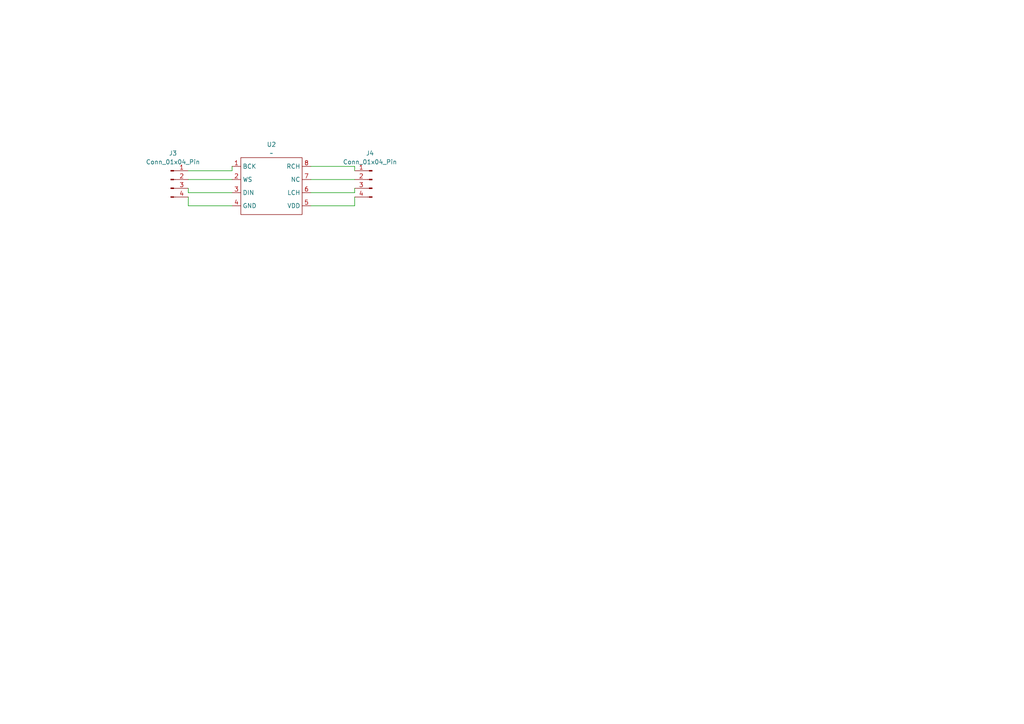
<source format=kicad_sch>
(kicad_sch (version 20231120) (generator "eeschema") (generator_version "8.0")
  (paper "A4")
  (lib_symbols
    (symbol "Connector:Conn_01x04_Pin" (pin_names (offset 1.016) hide)
      (property "Reference" "J" (at 0 5.08 0))
      (property "Value" "Conn_01x04_Pin" (at 0 -7.62 0))
      (symbol "Conn_01x04_Pin_1_1"
        (polyline (pts (xy 1.27 -5.08) (xy 0.8636 -5.08)) (stroke (width 0.1524)))
        (polyline (pts (xy 1.27 -2.54) (xy 0.8636 -2.54)) (stroke (width 0.1524)))
        (polyline (pts (xy 1.27 0) (xy 0.8636 0)) (stroke (width 0.1524)))
        (polyline (pts (xy 1.27 2.54) (xy 0.8636 2.54)) (stroke (width 0.1524)))
        (rectangle (start 0.8636 -4.953) (end 0 -5.207) (stroke (width 0.1524)) (fill (type outline)))
        (rectangle (start 0.8636 -2.413) (end 0 -2.667) (stroke (width 0.1524)) (fill (type outline)))
        (rectangle (start 0.8636 0.127) (end 0 -0.127) (stroke (width 0.1524)) (fill (type outline)))
        (rectangle (start 0.8636 2.667) (end 0 2.413) (stroke (width 0.1524)) (fill (type outline)))
        (pin passive line (at 5.08 2.54 180) (length 3.81) (name "Pin_1") (number "1"))
        (pin passive line (at 5.08 0 180) (length 3.81) (name "Pin_2") (number "2"))
        (pin passive line (at 5.08 -2.54 180) (length 3.81) (name "Pin_3") (number "3"))
        (pin passive line (at 5.08 -5.08 180) (length 3.81) (name "Pin_4") (number "4"))
      )
    )
    (symbol "symbols:PT8211"
      (property "Reference" "U" (at 8.89 -2.286 0))
      (symbol "PT8211_0_1"
        (rectangle (start 0 6.35) (end 17.78 -10.16))
      )
      (symbol "PT8211_1_1"
        (pin input line (at -2.54 3.81 0) (length 2.54) (name "BCK") (number "1"))
        (pin input line (at -2.54 0 0) (length 2.54) (name "WS") (number "2"))
        (pin input line (at -2.54 -3.81 0) (length 2.54) (name "DIN") (number "3"))
        (pin input line (at -2.54 -7.62 0) (length 2.54) (name "GND") (number "4"))
        (pin input line (at 20.32 -7.62 180) (length 2.54) (name "VDD") (number "5"))
        (pin input line (at 20.32 -3.81 180) (length 2.54) (name "LCH") (number "6"))
        (pin input line (at 20.32 0 180) (length 2.54) (name "NC") (number "7"))
        (pin input line (at 20.32 3.81 180) (length 2.54) (name "RCH") (number "8"))
      )
    )
  )
  (wire (pts (xy 67.31 59.69) (xy 54.61 59.69)))
  (wire (pts (xy 102.87 55.88) (xy 102.87 54.61)))
  (wire (pts (xy 67.31 49.53) (xy 67.31 48.26)))
  (wire (pts (xy 54.61 52.07) (xy 67.31 52.07)))
  (wire (pts (xy 90.17 52.07) (xy 102.87 52.07)))
  (wire (pts (xy 102.87 48.26) (xy 102.87 49.53)))
  (wire (pts (xy 90.17 55.88) (xy 102.87 55.88)))
  (wire (pts (xy 102.87 59.69) (xy 102.87 57.15)))
  (wire (pts (xy 54.61 49.53) (xy 67.31 49.53)))
  (wire (pts (xy 90.17 59.69) (xy 102.87 59.69)))
  (wire (pts (xy 54.61 59.69) (xy 54.61 57.15)))
  (wire (pts (xy 90.17 48.26) (xy 102.87 48.26)))
  (wire (pts (xy 67.31 55.88) (xy 54.61 55.88)))
  (wire (pts (xy 54.61 55.88) (xy 54.61 54.61)))
  (symbol (lib_id "Connector:Conn_01x04_Pin") (at 49.53 52.07 0) (unit 1)
    (property "Reference" "J3" (at 50.165 44.45 0))
    (property "Value" "Conn_01x04_Pin" (at 50.165 46.99 0))
    (property "Footprint" "Connector_PinSocket_2.54mm:PinSocket_1x04_P2.54mm_Vertical" (effects (hide yes)))
    (property "Description" "Generic connector, single row, 01x04, script generated" (effects (hide yes)))
  )
  (symbol (lib_id "symbols:PT8211") (at 69.85 52.07 0) (unit 1)
    (property "Reference" "U2" (at 78.74 41.91 0))
    (property "Value" "~" (at 78.74 44.45 0))
    (property "Footprint" "Package_SO:SOIC-8-1EP_3.9x4.9mm_P1.27mm_EP2.29x3mm" (effects (hide yes)))
  )
  (symbol (lib_id "Connector:Conn_01x04_Pin") (at 107.95 52.07 0) (mirror y) (unit 1)
    (property "Reference" "J4" (at 107.315 44.45 0))
    (property "Value" "Conn_01x04_Pin" (at 107.315 46.99 0))
    (property "Footprint" "Connector_PinSocket_2.54mm:PinSocket_1x04_P2.54mm_Vertical" (effects (hide yes)))
    (property "Description" "Generic connector, single row, 01x04, script generated" (effects (hide yes)))
  )
)
</source>
